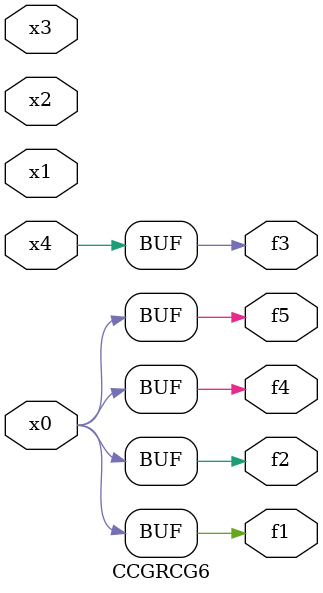
<source format=v>
module CCGRCG6(
	input x0, x1, x2, x3, x4,
	output f1, f2, f3, f4, f5
);
	assign f1 = x0;
	assign f2 = x0;
	assign f3 = x4;
	assign f4 = x0;
	assign f5 = x0;
endmodule

</source>
